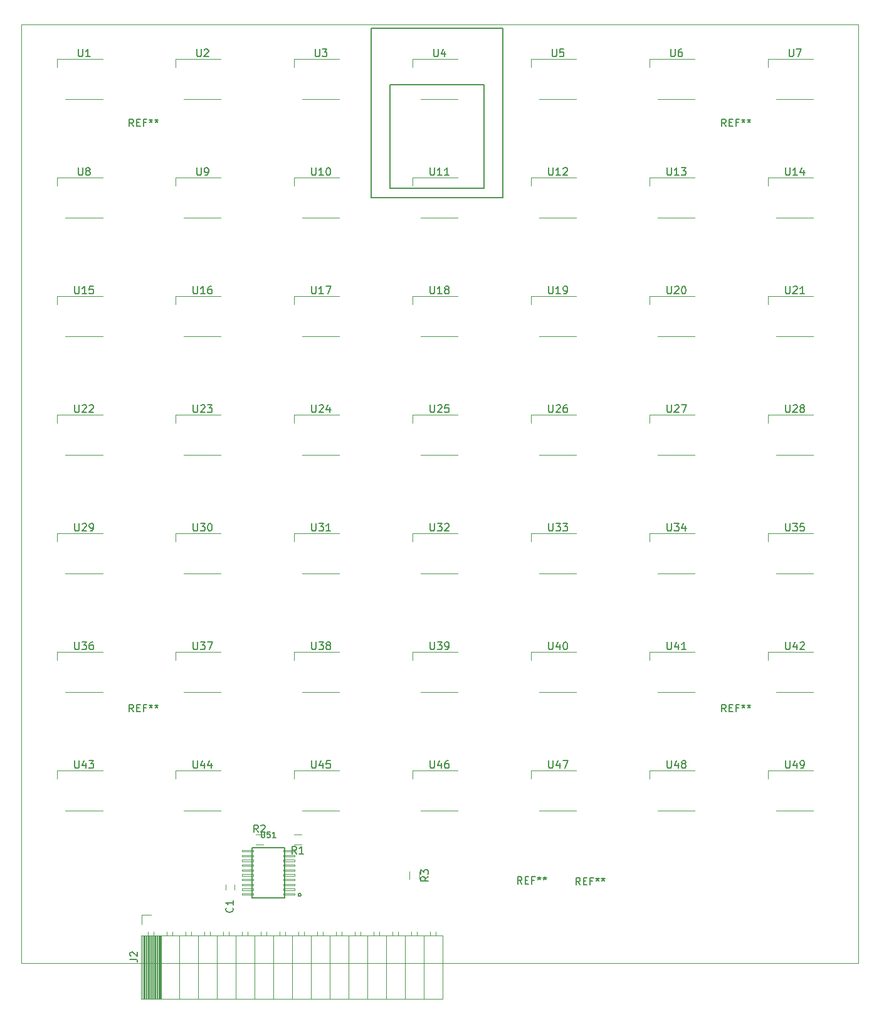
<source format=gbr>
G04 #@! TF.GenerationSoftware,KiCad,Pcbnew,(5.1.5)-3*
G04 #@! TF.CreationDate,2020-03-22T16:58:52-07:00*
G04 #@! TF.ProjectId,ESP-BuildStatus-Light-Board,4553502d-4275-4696-9c64-537461747573,rev?*
G04 #@! TF.SameCoordinates,Original*
G04 #@! TF.FileFunction,Legend,Top*
G04 #@! TF.FilePolarity,Positive*
%FSLAX46Y46*%
G04 Gerber Fmt 4.6, Leading zero omitted, Abs format (unit mm)*
G04 Created by KiCad (PCBNEW (5.1.5)-3) date 2020-03-22 16:58:52*
%MOMM*%
%LPD*%
G04 APERTURE LIST*
%ADD10C,0.050000*%
%ADD11C,0.120000*%
%ADD12C,0.150000*%
%ADD13C,0.203200*%
%ADD14C,0.100000*%
%ADD15C,0.152400*%
G04 APERTURE END LIST*
D10*
X130429000Y-144907000D02*
X130429000Y-18288000D01*
X243459000Y-144907000D02*
X130429000Y-144907000D01*
X243459000Y-18288000D02*
X243459000Y-144907000D01*
X130429000Y-18288000D02*
X243459000Y-18288000D01*
D11*
X182835000Y-133596000D02*
X182835000Y-132596000D01*
X184195000Y-132596000D02*
X184195000Y-133596000D01*
X173420000Y-92350000D02*
X168420000Y-92350000D01*
X167320000Y-88050000D02*
X167320000Y-86950000D01*
X167320000Y-86950000D02*
X173420000Y-86950000D01*
X173420000Y-124350000D02*
X168420000Y-124350000D01*
X167320000Y-120050000D02*
X167320000Y-118950000D01*
X167320000Y-118950000D02*
X173420000Y-118950000D01*
D12*
X177700000Y-18761000D02*
X177700000Y-41621000D01*
X195480000Y-18761000D02*
X177700000Y-18761000D01*
X195480000Y-41621000D02*
X195480000Y-18761000D01*
X177700000Y-41621000D02*
X195480000Y-41621000D01*
X192940000Y-40351000D02*
X180240000Y-40351000D01*
X192940000Y-26381000D02*
X192940000Y-40351000D01*
X180240000Y-26381000D02*
X192940000Y-26381000D01*
X180240000Y-40351000D02*
X180240000Y-26381000D01*
D11*
X237420000Y-44350000D02*
X232420000Y-44350000D01*
X231320000Y-40050000D02*
X231320000Y-38950000D01*
X231320000Y-38950000D02*
X237420000Y-38950000D01*
X189420000Y-60350000D02*
X184420000Y-60350000D01*
X183320000Y-56050000D02*
X183320000Y-54950000D01*
X183320000Y-54950000D02*
X189420000Y-54950000D01*
X173420000Y-76350000D02*
X168420000Y-76350000D01*
X167320000Y-72050000D02*
X167320000Y-70950000D01*
X167320000Y-70950000D02*
X173420000Y-70950000D01*
X157420000Y-76350000D02*
X152420000Y-76350000D01*
X151320000Y-72050000D02*
X151320000Y-70950000D01*
X151320000Y-70950000D02*
X157420000Y-70950000D01*
X189420000Y-92350000D02*
X184420000Y-92350000D01*
X183320000Y-88050000D02*
X183320000Y-86950000D01*
X183320000Y-86950000D02*
X189420000Y-86950000D01*
X205420000Y-60350000D02*
X200420000Y-60350000D01*
X199320000Y-56050000D02*
X199320000Y-54950000D01*
X199320000Y-54950000D02*
X205420000Y-54950000D01*
X237420000Y-60350000D02*
X232420000Y-60350000D01*
X231320000Y-56050000D02*
X231320000Y-54950000D01*
X231320000Y-54950000D02*
X237420000Y-54950000D01*
X205420000Y-76350000D02*
X200420000Y-76350000D01*
X199320000Y-72050000D02*
X199320000Y-70950000D01*
X199320000Y-70950000D02*
X205420000Y-70950000D01*
X173420000Y-60350000D02*
X168420000Y-60350000D01*
X167320000Y-56050000D02*
X167320000Y-54950000D01*
X167320000Y-54950000D02*
X173420000Y-54950000D01*
X221420000Y-60350000D02*
X216420000Y-60350000D01*
X215320000Y-56050000D02*
X215320000Y-54950000D01*
X215320000Y-54950000D02*
X221420000Y-54950000D01*
X157420000Y-92350000D02*
X152420000Y-92350000D01*
X151320000Y-88050000D02*
X151320000Y-86950000D01*
X151320000Y-86950000D02*
X157420000Y-86950000D01*
X221420000Y-76350000D02*
X216420000Y-76350000D01*
X215320000Y-72050000D02*
X215320000Y-70950000D01*
X215320000Y-70950000D02*
X221420000Y-70950000D01*
X221420000Y-44350000D02*
X216420000Y-44350000D01*
X215320000Y-40050000D02*
X215320000Y-38950000D01*
X215320000Y-38950000D02*
X221420000Y-38950000D01*
X157420000Y-60350000D02*
X152420000Y-60350000D01*
X151320000Y-56050000D02*
X151320000Y-54950000D01*
X151320000Y-54950000D02*
X157420000Y-54950000D01*
X189420000Y-76350000D02*
X184420000Y-76350000D01*
X183320000Y-72050000D02*
X183320000Y-70950000D01*
X183320000Y-70950000D02*
X189420000Y-70950000D01*
X237420000Y-76350000D02*
X232420000Y-76350000D01*
X231320000Y-72050000D02*
X231320000Y-70950000D01*
X231320000Y-70950000D02*
X237420000Y-70950000D01*
X237420000Y-92350000D02*
X232420000Y-92350000D01*
X231320000Y-88050000D02*
X231320000Y-86950000D01*
X231320000Y-86950000D02*
X237420000Y-86950000D01*
X221420000Y-92350000D02*
X216420000Y-92350000D01*
X215320000Y-88050000D02*
X215320000Y-86950000D01*
X215320000Y-86950000D02*
X221420000Y-86950000D01*
X205420000Y-92350000D02*
X200420000Y-92350000D01*
X199320000Y-88050000D02*
X199320000Y-86950000D01*
X199320000Y-86950000D02*
X205420000Y-86950000D01*
X173420000Y-108350000D02*
X168420000Y-108350000D01*
X167320000Y-104050000D02*
X167320000Y-102950000D01*
X167320000Y-102950000D02*
X173420000Y-102950000D01*
X221420000Y-108350000D02*
X216420000Y-108350000D01*
X215320000Y-104050000D02*
X215320000Y-102950000D01*
X215320000Y-102950000D02*
X221420000Y-102950000D01*
X237420000Y-108350000D02*
X232420000Y-108350000D01*
X231320000Y-104050000D02*
X231320000Y-102950000D01*
X231320000Y-102950000D02*
X237420000Y-102950000D01*
X189420000Y-108350000D02*
X184420000Y-108350000D01*
X183320000Y-104050000D02*
X183320000Y-102950000D01*
X183320000Y-102950000D02*
X189420000Y-102950000D01*
X157420000Y-124350000D02*
X152420000Y-124350000D01*
X151320000Y-120050000D02*
X151320000Y-118950000D01*
X151320000Y-118950000D02*
X157420000Y-118950000D01*
X157420000Y-108350000D02*
X152420000Y-108350000D01*
X151320000Y-104050000D02*
X151320000Y-102950000D01*
X151320000Y-102950000D02*
X157420000Y-102950000D01*
X205420000Y-108350000D02*
X200420000Y-108350000D01*
X199320000Y-104050000D02*
X199320000Y-102950000D01*
X199320000Y-102950000D02*
X205420000Y-102950000D01*
X189420000Y-124350000D02*
X184420000Y-124350000D01*
X183320000Y-120050000D02*
X183320000Y-118950000D01*
X183320000Y-118950000D02*
X189420000Y-118950000D01*
X205420000Y-124350000D02*
X200420000Y-124350000D01*
X199320000Y-120050000D02*
X199320000Y-118950000D01*
X199320000Y-118950000D02*
X205420000Y-118950000D01*
X221420000Y-124350000D02*
X216420000Y-124350000D01*
X215320000Y-120050000D02*
X215320000Y-118950000D01*
X215320000Y-118950000D02*
X221420000Y-118950000D01*
X237420000Y-124350000D02*
X232420000Y-124350000D01*
X231320000Y-120050000D02*
X231320000Y-118950000D01*
X231320000Y-118950000D02*
X237420000Y-118950000D01*
X237420000Y-28350000D02*
X232420000Y-28350000D01*
X231320000Y-24050000D02*
X231320000Y-22950000D01*
X231320000Y-22950000D02*
X237420000Y-22950000D01*
X173420000Y-28350000D02*
X168420000Y-28350000D01*
X167320000Y-24050000D02*
X167320000Y-22950000D01*
X167320000Y-22950000D02*
X173420000Y-22950000D01*
X157420000Y-44350000D02*
X152420000Y-44350000D01*
X151320000Y-40050000D02*
X151320000Y-38950000D01*
X151320000Y-38950000D02*
X157420000Y-38950000D01*
X173420000Y-44350000D02*
X168420000Y-44350000D01*
X167320000Y-40050000D02*
X167320000Y-38950000D01*
X167320000Y-38950000D02*
X173420000Y-38950000D01*
X205420000Y-28350000D02*
X200420000Y-28350000D01*
X199320000Y-24050000D02*
X199320000Y-22950000D01*
X199320000Y-22950000D02*
X205420000Y-22950000D01*
X221420000Y-28350000D02*
X216420000Y-28350000D01*
X215320000Y-24050000D02*
X215320000Y-22950000D01*
X215320000Y-22950000D02*
X221420000Y-22950000D01*
X189420000Y-44350000D02*
X184420000Y-44350000D01*
X183320000Y-40050000D02*
X183320000Y-38950000D01*
X183320000Y-38950000D02*
X189420000Y-38950000D01*
X205420000Y-44350000D02*
X200420000Y-44350000D01*
X199320000Y-40050000D02*
X199320000Y-38950000D01*
X199320000Y-38950000D02*
X205420000Y-38950000D01*
X189420000Y-28350000D02*
X184420000Y-28350000D01*
X183320000Y-24050000D02*
X183320000Y-22950000D01*
X183320000Y-22950000D02*
X189420000Y-22950000D01*
X157420000Y-28350000D02*
X152420000Y-28350000D01*
X151320000Y-24050000D02*
X151320000Y-22950000D01*
X151320000Y-22950000D02*
X157420000Y-22950000D01*
X141420000Y-108350000D02*
X136420000Y-108350000D01*
X135320000Y-104050000D02*
X135320000Y-102950000D01*
X135320000Y-102950000D02*
X141420000Y-102950000D01*
X141420000Y-76350000D02*
X136420000Y-76350000D01*
X135320000Y-72050000D02*
X135320000Y-70950000D01*
X135320000Y-70950000D02*
X141420000Y-70950000D01*
X141420000Y-60350000D02*
X136420000Y-60350000D01*
X135320000Y-56050000D02*
X135320000Y-54950000D01*
X135320000Y-54950000D02*
X141420000Y-54950000D01*
X141420000Y-92350000D02*
X136420000Y-92350000D01*
X135320000Y-88050000D02*
X135320000Y-86950000D01*
X135320000Y-86950000D02*
X141420000Y-86950000D01*
X141420000Y-124350000D02*
X136420000Y-124350000D01*
X135320000Y-120050000D02*
X135320000Y-118950000D01*
X135320000Y-118950000D02*
X141420000Y-118950000D01*
X141420000Y-44350000D02*
X136420000Y-44350000D01*
X135320000Y-40050000D02*
X135320000Y-38950000D01*
X135320000Y-38950000D02*
X141420000Y-38950000D01*
X141420000Y-28350000D02*
X136420000Y-28350000D01*
X135320000Y-24050000D02*
X135320000Y-22950000D01*
X135320000Y-22950000D02*
X141420000Y-22950000D01*
X159223000Y-134336000D02*
X159223000Y-135036000D01*
X158023000Y-135036000D02*
X158023000Y-134336000D01*
X146685000Y-138430000D02*
X147955000Y-138430000D01*
X146685000Y-139700000D02*
X146685000Y-138430000D01*
X186435000Y-140730000D02*
X186435000Y-141160000D01*
X185675000Y-140730000D02*
X185675000Y-141160000D01*
X184785000Y-149790000D02*
X184785000Y-141160000D01*
X187385000Y-149790000D02*
X184785000Y-149790000D01*
X187385000Y-141160000D02*
X187385000Y-149790000D01*
X184785000Y-141160000D02*
X187385000Y-141160000D01*
X183895000Y-140730000D02*
X183895000Y-141160000D01*
X183135000Y-140730000D02*
X183135000Y-141160000D01*
X182245000Y-149790000D02*
X182245000Y-141160000D01*
X184785000Y-149790000D02*
X182245000Y-149790000D01*
X184785000Y-141160000D02*
X184785000Y-149790000D01*
X182245000Y-141160000D02*
X184785000Y-141160000D01*
X181355000Y-140730000D02*
X181355000Y-141160000D01*
X180595000Y-140730000D02*
X180595000Y-141160000D01*
X179705000Y-149790000D02*
X179705000Y-141160000D01*
X182245000Y-149790000D02*
X179705000Y-149790000D01*
X182245000Y-141160000D02*
X182245000Y-149790000D01*
X179705000Y-141160000D02*
X182245000Y-141160000D01*
X178815000Y-140730000D02*
X178815000Y-141160000D01*
X178055000Y-140730000D02*
X178055000Y-141160000D01*
X177165000Y-149790000D02*
X177165000Y-141160000D01*
X179705000Y-149790000D02*
X177165000Y-149790000D01*
X179705000Y-141160000D02*
X179705000Y-149790000D01*
X177165000Y-141160000D02*
X179705000Y-141160000D01*
X176275000Y-140730000D02*
X176275000Y-141160000D01*
X175515000Y-140730000D02*
X175515000Y-141160000D01*
X174625000Y-149790000D02*
X174625000Y-141160000D01*
X177165000Y-149790000D02*
X174625000Y-149790000D01*
X177165000Y-141160000D02*
X177165000Y-149790000D01*
X174625000Y-141160000D02*
X177165000Y-141160000D01*
X173735000Y-140730000D02*
X173735000Y-141160000D01*
X172975000Y-140730000D02*
X172975000Y-141160000D01*
X172085000Y-149790000D02*
X172085000Y-141160000D01*
X174625000Y-149790000D02*
X172085000Y-149790000D01*
X174625000Y-141160000D02*
X174625000Y-149790000D01*
X172085000Y-141160000D02*
X174625000Y-141160000D01*
X171195000Y-140730000D02*
X171195000Y-141160000D01*
X170435000Y-140730000D02*
X170435000Y-141160000D01*
X169545000Y-149790000D02*
X169545000Y-141160000D01*
X172085000Y-149790000D02*
X169545000Y-149790000D01*
X172085000Y-141160000D02*
X172085000Y-149790000D01*
X169545000Y-141160000D02*
X172085000Y-141160000D01*
X168655000Y-140730000D02*
X168655000Y-141160000D01*
X167895000Y-140730000D02*
X167895000Y-141160000D01*
X167005000Y-149790000D02*
X167005000Y-141160000D01*
X169545000Y-149790000D02*
X167005000Y-149790000D01*
X169545000Y-141160000D02*
X169545000Y-149790000D01*
X167005000Y-141160000D02*
X169545000Y-141160000D01*
X166115000Y-140730000D02*
X166115000Y-141160000D01*
X165355000Y-140730000D02*
X165355000Y-141160000D01*
X164465000Y-149790000D02*
X164465000Y-141160000D01*
X167005000Y-149790000D02*
X164465000Y-149790000D01*
X167005000Y-141160000D02*
X167005000Y-149790000D01*
X164465000Y-141160000D02*
X167005000Y-141160000D01*
X163575000Y-140730000D02*
X163575000Y-141160000D01*
X162815000Y-140730000D02*
X162815000Y-141160000D01*
X161925000Y-149790000D02*
X161925000Y-141160000D01*
X164465000Y-149790000D02*
X161925000Y-149790000D01*
X164465000Y-141160000D02*
X164465000Y-149790000D01*
X161925000Y-141160000D02*
X164465000Y-141160000D01*
X161035000Y-140730000D02*
X161035000Y-141160000D01*
X160275000Y-140730000D02*
X160275000Y-141160000D01*
X159385000Y-149790000D02*
X159385000Y-141160000D01*
X161925000Y-149790000D02*
X159385000Y-149790000D01*
X161925000Y-141160000D02*
X161925000Y-149790000D01*
X159385000Y-141160000D02*
X161925000Y-141160000D01*
X158495000Y-140730000D02*
X158495000Y-141160000D01*
X157735000Y-140730000D02*
X157735000Y-141160000D01*
X156845000Y-149790000D02*
X156845000Y-141160000D01*
X159385000Y-149790000D02*
X156845000Y-149790000D01*
X159385000Y-141160000D02*
X159385000Y-149790000D01*
X156845000Y-141160000D02*
X159385000Y-141160000D01*
X155955000Y-140730000D02*
X155955000Y-141160000D01*
X155195000Y-140730000D02*
X155195000Y-141160000D01*
X154305000Y-149790000D02*
X154305000Y-141160000D01*
X156845000Y-149790000D02*
X154305000Y-149790000D01*
X156845000Y-141160000D02*
X156845000Y-149790000D01*
X154305000Y-141160000D02*
X156845000Y-141160000D01*
X153415000Y-140730000D02*
X153415000Y-141160000D01*
X152655000Y-140730000D02*
X152655000Y-141160000D01*
X151765000Y-149790000D02*
X151765000Y-141160000D01*
X154305000Y-149790000D02*
X151765000Y-149790000D01*
X154305000Y-141160000D02*
X154305000Y-149790000D01*
X151765000Y-141160000D02*
X154305000Y-141160000D01*
X150875000Y-140730000D02*
X150875000Y-141160000D01*
X150115000Y-140730000D02*
X150115000Y-141160000D01*
X149225000Y-149790000D02*
X149225000Y-141160000D01*
X151765000Y-149790000D02*
X149225000Y-149790000D01*
X151765000Y-141160000D02*
X151765000Y-149790000D01*
X149225000Y-141160000D02*
X151765000Y-141160000D01*
X149325000Y-141160000D02*
X149325000Y-149790000D01*
X149205000Y-141160000D02*
X149205000Y-149790000D01*
X149085000Y-141160000D02*
X149085000Y-149790000D01*
X148965000Y-141160000D02*
X148965000Y-149790000D01*
X148845000Y-141160000D02*
X148845000Y-149790000D01*
X148725000Y-141160000D02*
X148725000Y-149790000D01*
X148605000Y-141160000D02*
X148605000Y-149790000D01*
X148485000Y-141160000D02*
X148485000Y-149790000D01*
X148365000Y-141160000D02*
X148365000Y-149790000D01*
X148245000Y-141160000D02*
X148245000Y-149790000D01*
X148125000Y-141160000D02*
X148125000Y-149790000D01*
X148005000Y-141160000D02*
X148005000Y-149790000D01*
X147885000Y-141160000D02*
X147885000Y-149790000D01*
X147765000Y-141160000D02*
X147765000Y-149790000D01*
X147645000Y-141160000D02*
X147645000Y-149790000D01*
X147525000Y-141160000D02*
X147525000Y-149790000D01*
X147405000Y-141160000D02*
X147405000Y-149790000D01*
X147285000Y-141160000D02*
X147285000Y-149790000D01*
X147165000Y-141160000D02*
X147165000Y-149790000D01*
X147045000Y-141160000D02*
X147045000Y-149790000D01*
X146925000Y-141160000D02*
X146925000Y-149790000D01*
X146805000Y-141160000D02*
X146805000Y-149790000D01*
X148335000Y-140730000D02*
X148335000Y-141160000D01*
X147575000Y-140730000D02*
X147575000Y-141160000D01*
X146625000Y-149790000D02*
X146625000Y-141160000D01*
X149225000Y-149790000D02*
X146625000Y-149790000D01*
X149225000Y-141160000D02*
X149225000Y-149790000D01*
X146625000Y-141160000D02*
X149225000Y-141160000D01*
X167267000Y-127590000D02*
X168267000Y-127590000D01*
X168267000Y-128950000D02*
X167267000Y-128950000D01*
X162103000Y-127590000D02*
X163103000Y-127590000D01*
X163103000Y-128950000D02*
X162103000Y-128950000D01*
D13*
X168230000Y-135715000D02*
G75*
G03X168230000Y-135715000I-200000J0D01*
G01*
X166030000Y-136115000D02*
X166030000Y-129315000D01*
X166030000Y-129315000D02*
X161630000Y-129315000D01*
X161630000Y-129315000D02*
X161630000Y-136115000D01*
X161630000Y-136115000D02*
X166030000Y-136115000D01*
D14*
X160280000Y-134890000D02*
X160280000Y-135090000D01*
X161780000Y-135090000D01*
X161780000Y-134890000D01*
X160280000Y-134890000D01*
X160280000Y-135540000D02*
X160280000Y-135740000D01*
X161780000Y-135740000D01*
X161780000Y-135540000D01*
X160280000Y-135540000D01*
X160280000Y-134240000D02*
X160280000Y-134440000D01*
X161780000Y-134440000D01*
X161780000Y-134240000D01*
X160280000Y-134240000D01*
X160280000Y-133590000D02*
X160280000Y-133790000D01*
X161780000Y-133790000D01*
X161780000Y-133590000D01*
X160280000Y-133590000D01*
X160280000Y-132940000D02*
X160280000Y-133140000D01*
X161780000Y-133140000D01*
X161780000Y-132940000D01*
X160280000Y-132940000D01*
X160280000Y-132290000D02*
X160280000Y-132490000D01*
X161780000Y-132490000D01*
X161780000Y-132290000D01*
X160280000Y-132290000D01*
X160280000Y-131640000D02*
X160280000Y-131840000D01*
X161780000Y-131840000D01*
X161780000Y-131640000D01*
X160280000Y-131640000D01*
X160280000Y-130990000D02*
X160280000Y-131190000D01*
X161780000Y-131190000D01*
X161780000Y-130990000D01*
X160280000Y-130990000D01*
X165880000Y-129690000D02*
X165880000Y-129890000D01*
X167380000Y-129890000D01*
X167380000Y-129690000D01*
X165880000Y-129690000D01*
X165880000Y-130340000D02*
X165880000Y-130540000D01*
X167380000Y-130540000D01*
X167380000Y-130340000D01*
X165880000Y-130340000D01*
X165880000Y-130990000D02*
X165880000Y-131190000D01*
X167380000Y-131190000D01*
X167380000Y-130990000D01*
X165880000Y-130990000D01*
X165880000Y-131640000D02*
X165880000Y-131840000D01*
X167380000Y-131840000D01*
X167380000Y-131640000D01*
X165880000Y-131640000D01*
X165880000Y-135540000D02*
X165880000Y-135740000D01*
X167380000Y-135740000D01*
X167380000Y-135540000D01*
X165880000Y-135540000D01*
X165880000Y-134890000D02*
X165880000Y-135090000D01*
X167380000Y-135090000D01*
X167380000Y-134890000D01*
X165880000Y-134890000D01*
X165880000Y-134240000D02*
X165880000Y-134440000D01*
X167380000Y-134440000D01*
X167380000Y-134240000D01*
X165880000Y-134240000D01*
X165880000Y-133590000D02*
X165880000Y-133790000D01*
X167380000Y-133790000D01*
X167380000Y-133590000D01*
X165880000Y-133590000D01*
X165880000Y-132940000D02*
X165880000Y-133140000D01*
X167380000Y-133140000D01*
X167380000Y-132940000D01*
X165880000Y-132940000D01*
X165880000Y-132290000D02*
X165880000Y-132490000D01*
X167380000Y-132490000D01*
X167380000Y-132290000D01*
X165880000Y-132290000D01*
X160280000Y-130340000D02*
X160280000Y-130540000D01*
X161780000Y-130540000D01*
X161780000Y-130340000D01*
X160280000Y-130340000D01*
X160280000Y-129690000D02*
X160280000Y-129890000D01*
X161780000Y-129890000D01*
X161780000Y-129690000D01*
X160280000Y-129690000D01*
D12*
X185417380Y-133262666D02*
X184941190Y-133596000D01*
X185417380Y-133834095D02*
X184417380Y-133834095D01*
X184417380Y-133453142D01*
X184465000Y-133357904D01*
X184512619Y-133310285D01*
X184607857Y-133262666D01*
X184750714Y-133262666D01*
X184845952Y-133310285D01*
X184893571Y-133357904D01*
X184941190Y-133453142D01*
X184941190Y-133834095D01*
X184417380Y-132929333D02*
X184417380Y-132310285D01*
X184798333Y-132643619D01*
X184798333Y-132500761D01*
X184845952Y-132405523D01*
X184893571Y-132357904D01*
X184988809Y-132310285D01*
X185226904Y-132310285D01*
X185322142Y-132357904D01*
X185369761Y-132405523D01*
X185417380Y-132500761D01*
X185417380Y-132786476D01*
X185369761Y-132881714D01*
X185322142Y-132929333D01*
X198056666Y-134255380D02*
X197723333Y-133779190D01*
X197485238Y-134255380D02*
X197485238Y-133255380D01*
X197866190Y-133255380D01*
X197961428Y-133303000D01*
X198009047Y-133350619D01*
X198056666Y-133445857D01*
X198056666Y-133588714D01*
X198009047Y-133683952D01*
X197961428Y-133731571D01*
X197866190Y-133779190D01*
X197485238Y-133779190D01*
X198485238Y-133731571D02*
X198818571Y-133731571D01*
X198961428Y-134255380D02*
X198485238Y-134255380D01*
X198485238Y-133255380D01*
X198961428Y-133255380D01*
X199723333Y-133731571D02*
X199390000Y-133731571D01*
X199390000Y-134255380D02*
X199390000Y-133255380D01*
X199866190Y-133255380D01*
X200390000Y-133255380D02*
X200390000Y-133493476D01*
X200151904Y-133398238D02*
X200390000Y-133493476D01*
X200628095Y-133398238D01*
X200247142Y-133683952D02*
X200390000Y-133493476D01*
X200532857Y-133683952D01*
X201151904Y-133255380D02*
X201151904Y-133493476D01*
X200913809Y-133398238D02*
X201151904Y-133493476D01*
X201390000Y-133398238D01*
X201009047Y-133683952D02*
X201151904Y-133493476D01*
X201294761Y-133683952D01*
X205930666Y-134382380D02*
X205597333Y-133906190D01*
X205359238Y-134382380D02*
X205359238Y-133382380D01*
X205740190Y-133382380D01*
X205835428Y-133430000D01*
X205883047Y-133477619D01*
X205930666Y-133572857D01*
X205930666Y-133715714D01*
X205883047Y-133810952D01*
X205835428Y-133858571D01*
X205740190Y-133906190D01*
X205359238Y-133906190D01*
X206359238Y-133858571D02*
X206692571Y-133858571D01*
X206835428Y-134382380D02*
X206359238Y-134382380D01*
X206359238Y-133382380D01*
X206835428Y-133382380D01*
X207597333Y-133858571D02*
X207264000Y-133858571D01*
X207264000Y-134382380D02*
X207264000Y-133382380D01*
X207740190Y-133382380D01*
X208264000Y-133382380D02*
X208264000Y-133620476D01*
X208025904Y-133525238D02*
X208264000Y-133620476D01*
X208502095Y-133525238D01*
X208121142Y-133810952D02*
X208264000Y-133620476D01*
X208406857Y-133810952D01*
X209025904Y-133382380D02*
X209025904Y-133620476D01*
X208787809Y-133525238D02*
X209025904Y-133620476D01*
X209264000Y-133525238D01*
X208883047Y-133810952D02*
X209025904Y-133620476D01*
X209168761Y-133810952D01*
X169681904Y-85602380D02*
X169681904Y-86411904D01*
X169729523Y-86507142D01*
X169777142Y-86554761D01*
X169872380Y-86602380D01*
X170062857Y-86602380D01*
X170158095Y-86554761D01*
X170205714Y-86507142D01*
X170253333Y-86411904D01*
X170253333Y-85602380D01*
X170634285Y-85602380D02*
X171253333Y-85602380D01*
X170920000Y-85983333D01*
X171062857Y-85983333D01*
X171158095Y-86030952D01*
X171205714Y-86078571D01*
X171253333Y-86173809D01*
X171253333Y-86411904D01*
X171205714Y-86507142D01*
X171158095Y-86554761D01*
X171062857Y-86602380D01*
X170777142Y-86602380D01*
X170681904Y-86554761D01*
X170634285Y-86507142D01*
X172205714Y-86602380D02*
X171634285Y-86602380D01*
X171920000Y-86602380D02*
X171920000Y-85602380D01*
X171824761Y-85745238D01*
X171729523Y-85840476D01*
X171634285Y-85888095D01*
X169681904Y-117602380D02*
X169681904Y-118411904D01*
X169729523Y-118507142D01*
X169777142Y-118554761D01*
X169872380Y-118602380D01*
X170062857Y-118602380D01*
X170158095Y-118554761D01*
X170205714Y-118507142D01*
X170253333Y-118411904D01*
X170253333Y-117602380D01*
X171158095Y-117935714D02*
X171158095Y-118602380D01*
X170920000Y-117554761D02*
X170681904Y-118269047D01*
X171300952Y-118269047D01*
X172158095Y-117602380D02*
X171681904Y-117602380D01*
X171634285Y-118078571D01*
X171681904Y-118030952D01*
X171777142Y-117983333D01*
X172015238Y-117983333D01*
X172110476Y-118030952D01*
X172158095Y-118078571D01*
X172205714Y-118173809D01*
X172205714Y-118411904D01*
X172158095Y-118507142D01*
X172110476Y-118554761D01*
X172015238Y-118602380D01*
X171777142Y-118602380D01*
X171681904Y-118554761D01*
X171634285Y-118507142D01*
X145605666Y-111014380D02*
X145272333Y-110538190D01*
X145034238Y-111014380D02*
X145034238Y-110014380D01*
X145415190Y-110014380D01*
X145510428Y-110062000D01*
X145558047Y-110109619D01*
X145605666Y-110204857D01*
X145605666Y-110347714D01*
X145558047Y-110442952D01*
X145510428Y-110490571D01*
X145415190Y-110538190D01*
X145034238Y-110538190D01*
X146034238Y-110490571D02*
X146367571Y-110490571D01*
X146510428Y-111014380D02*
X146034238Y-111014380D01*
X146034238Y-110014380D01*
X146510428Y-110014380D01*
X147272333Y-110490571D02*
X146939000Y-110490571D01*
X146939000Y-111014380D02*
X146939000Y-110014380D01*
X147415190Y-110014380D01*
X147939000Y-110014380D02*
X147939000Y-110252476D01*
X147700904Y-110157238D02*
X147939000Y-110252476D01*
X148177095Y-110157238D01*
X147796142Y-110442952D02*
X147939000Y-110252476D01*
X148081857Y-110442952D01*
X148700904Y-110014380D02*
X148700904Y-110252476D01*
X148462809Y-110157238D02*
X148700904Y-110252476D01*
X148939000Y-110157238D01*
X148558047Y-110442952D02*
X148700904Y-110252476D01*
X148843761Y-110442952D01*
X225615666Y-111014380D02*
X225282333Y-110538190D01*
X225044238Y-111014380D02*
X225044238Y-110014380D01*
X225425190Y-110014380D01*
X225520428Y-110062000D01*
X225568047Y-110109619D01*
X225615666Y-110204857D01*
X225615666Y-110347714D01*
X225568047Y-110442952D01*
X225520428Y-110490571D01*
X225425190Y-110538190D01*
X225044238Y-110538190D01*
X226044238Y-110490571D02*
X226377571Y-110490571D01*
X226520428Y-111014380D02*
X226044238Y-111014380D01*
X226044238Y-110014380D01*
X226520428Y-110014380D01*
X227282333Y-110490571D02*
X226949000Y-110490571D01*
X226949000Y-111014380D02*
X226949000Y-110014380D01*
X227425190Y-110014380D01*
X227949000Y-110014380D02*
X227949000Y-110252476D01*
X227710904Y-110157238D02*
X227949000Y-110252476D01*
X228187095Y-110157238D01*
X227806142Y-110442952D02*
X227949000Y-110252476D01*
X228091857Y-110442952D01*
X228710904Y-110014380D02*
X228710904Y-110252476D01*
X228472809Y-110157238D02*
X228710904Y-110252476D01*
X228949000Y-110157238D01*
X228568047Y-110442952D02*
X228710904Y-110252476D01*
X228853761Y-110442952D01*
X225615666Y-32020380D02*
X225282333Y-31544190D01*
X225044238Y-32020380D02*
X225044238Y-31020380D01*
X225425190Y-31020380D01*
X225520428Y-31068000D01*
X225568047Y-31115619D01*
X225615666Y-31210857D01*
X225615666Y-31353714D01*
X225568047Y-31448952D01*
X225520428Y-31496571D01*
X225425190Y-31544190D01*
X225044238Y-31544190D01*
X226044238Y-31496571D02*
X226377571Y-31496571D01*
X226520428Y-32020380D02*
X226044238Y-32020380D01*
X226044238Y-31020380D01*
X226520428Y-31020380D01*
X227282333Y-31496571D02*
X226949000Y-31496571D01*
X226949000Y-32020380D02*
X226949000Y-31020380D01*
X227425190Y-31020380D01*
X227949000Y-31020380D02*
X227949000Y-31258476D01*
X227710904Y-31163238D02*
X227949000Y-31258476D01*
X228187095Y-31163238D01*
X227806142Y-31448952D02*
X227949000Y-31258476D01*
X228091857Y-31448952D01*
X228710904Y-31020380D02*
X228710904Y-31258476D01*
X228472809Y-31163238D02*
X228710904Y-31258476D01*
X228949000Y-31163238D01*
X228568047Y-31448952D02*
X228710904Y-31258476D01*
X228853761Y-31448952D01*
X145605666Y-32020380D02*
X145272333Y-31544190D01*
X145034238Y-32020380D02*
X145034238Y-31020380D01*
X145415190Y-31020380D01*
X145510428Y-31068000D01*
X145558047Y-31115619D01*
X145605666Y-31210857D01*
X145605666Y-31353714D01*
X145558047Y-31448952D01*
X145510428Y-31496571D01*
X145415190Y-31544190D01*
X145034238Y-31544190D01*
X146034238Y-31496571D02*
X146367571Y-31496571D01*
X146510428Y-32020380D02*
X146034238Y-32020380D01*
X146034238Y-31020380D01*
X146510428Y-31020380D01*
X147272333Y-31496571D02*
X146939000Y-31496571D01*
X146939000Y-32020380D02*
X146939000Y-31020380D01*
X147415190Y-31020380D01*
X147939000Y-31020380D02*
X147939000Y-31258476D01*
X147700904Y-31163238D02*
X147939000Y-31258476D01*
X148177095Y-31163238D01*
X147796142Y-31448952D02*
X147939000Y-31258476D01*
X148081857Y-31448952D01*
X148700904Y-31020380D02*
X148700904Y-31258476D01*
X148462809Y-31163238D02*
X148700904Y-31258476D01*
X148939000Y-31163238D01*
X148558047Y-31448952D02*
X148700904Y-31258476D01*
X148843761Y-31448952D01*
X233681904Y-37602380D02*
X233681904Y-38411904D01*
X233729523Y-38507142D01*
X233777142Y-38554761D01*
X233872380Y-38602380D01*
X234062857Y-38602380D01*
X234158095Y-38554761D01*
X234205714Y-38507142D01*
X234253333Y-38411904D01*
X234253333Y-37602380D01*
X235253333Y-38602380D02*
X234681904Y-38602380D01*
X234967619Y-38602380D02*
X234967619Y-37602380D01*
X234872380Y-37745238D01*
X234777142Y-37840476D01*
X234681904Y-37888095D01*
X236110476Y-37935714D02*
X236110476Y-38602380D01*
X235872380Y-37554761D02*
X235634285Y-38269047D01*
X236253333Y-38269047D01*
X185681904Y-53602380D02*
X185681904Y-54411904D01*
X185729523Y-54507142D01*
X185777142Y-54554761D01*
X185872380Y-54602380D01*
X186062857Y-54602380D01*
X186158095Y-54554761D01*
X186205714Y-54507142D01*
X186253333Y-54411904D01*
X186253333Y-53602380D01*
X187253333Y-54602380D02*
X186681904Y-54602380D01*
X186967619Y-54602380D02*
X186967619Y-53602380D01*
X186872380Y-53745238D01*
X186777142Y-53840476D01*
X186681904Y-53888095D01*
X187824761Y-54030952D02*
X187729523Y-53983333D01*
X187681904Y-53935714D01*
X187634285Y-53840476D01*
X187634285Y-53792857D01*
X187681904Y-53697619D01*
X187729523Y-53650000D01*
X187824761Y-53602380D01*
X188015238Y-53602380D01*
X188110476Y-53650000D01*
X188158095Y-53697619D01*
X188205714Y-53792857D01*
X188205714Y-53840476D01*
X188158095Y-53935714D01*
X188110476Y-53983333D01*
X188015238Y-54030952D01*
X187824761Y-54030952D01*
X187729523Y-54078571D01*
X187681904Y-54126190D01*
X187634285Y-54221428D01*
X187634285Y-54411904D01*
X187681904Y-54507142D01*
X187729523Y-54554761D01*
X187824761Y-54602380D01*
X188015238Y-54602380D01*
X188110476Y-54554761D01*
X188158095Y-54507142D01*
X188205714Y-54411904D01*
X188205714Y-54221428D01*
X188158095Y-54126190D01*
X188110476Y-54078571D01*
X188015238Y-54030952D01*
X169681904Y-69602380D02*
X169681904Y-70411904D01*
X169729523Y-70507142D01*
X169777142Y-70554761D01*
X169872380Y-70602380D01*
X170062857Y-70602380D01*
X170158095Y-70554761D01*
X170205714Y-70507142D01*
X170253333Y-70411904D01*
X170253333Y-69602380D01*
X170681904Y-69697619D02*
X170729523Y-69650000D01*
X170824761Y-69602380D01*
X171062857Y-69602380D01*
X171158095Y-69650000D01*
X171205714Y-69697619D01*
X171253333Y-69792857D01*
X171253333Y-69888095D01*
X171205714Y-70030952D01*
X170634285Y-70602380D01*
X171253333Y-70602380D01*
X172110476Y-69935714D02*
X172110476Y-70602380D01*
X171872380Y-69554761D02*
X171634285Y-70269047D01*
X172253333Y-70269047D01*
X153681904Y-69602380D02*
X153681904Y-70411904D01*
X153729523Y-70507142D01*
X153777142Y-70554761D01*
X153872380Y-70602380D01*
X154062857Y-70602380D01*
X154158095Y-70554761D01*
X154205714Y-70507142D01*
X154253333Y-70411904D01*
X154253333Y-69602380D01*
X154681904Y-69697619D02*
X154729523Y-69650000D01*
X154824761Y-69602380D01*
X155062857Y-69602380D01*
X155158095Y-69650000D01*
X155205714Y-69697619D01*
X155253333Y-69792857D01*
X155253333Y-69888095D01*
X155205714Y-70030952D01*
X154634285Y-70602380D01*
X155253333Y-70602380D01*
X155586666Y-69602380D02*
X156205714Y-69602380D01*
X155872380Y-69983333D01*
X156015238Y-69983333D01*
X156110476Y-70030952D01*
X156158095Y-70078571D01*
X156205714Y-70173809D01*
X156205714Y-70411904D01*
X156158095Y-70507142D01*
X156110476Y-70554761D01*
X156015238Y-70602380D01*
X155729523Y-70602380D01*
X155634285Y-70554761D01*
X155586666Y-70507142D01*
X185681904Y-85602380D02*
X185681904Y-86411904D01*
X185729523Y-86507142D01*
X185777142Y-86554761D01*
X185872380Y-86602380D01*
X186062857Y-86602380D01*
X186158095Y-86554761D01*
X186205714Y-86507142D01*
X186253333Y-86411904D01*
X186253333Y-85602380D01*
X186634285Y-85602380D02*
X187253333Y-85602380D01*
X186920000Y-85983333D01*
X187062857Y-85983333D01*
X187158095Y-86030952D01*
X187205714Y-86078571D01*
X187253333Y-86173809D01*
X187253333Y-86411904D01*
X187205714Y-86507142D01*
X187158095Y-86554761D01*
X187062857Y-86602380D01*
X186777142Y-86602380D01*
X186681904Y-86554761D01*
X186634285Y-86507142D01*
X187634285Y-85697619D02*
X187681904Y-85650000D01*
X187777142Y-85602380D01*
X188015238Y-85602380D01*
X188110476Y-85650000D01*
X188158095Y-85697619D01*
X188205714Y-85792857D01*
X188205714Y-85888095D01*
X188158095Y-86030952D01*
X187586666Y-86602380D01*
X188205714Y-86602380D01*
X201681904Y-53602380D02*
X201681904Y-54411904D01*
X201729523Y-54507142D01*
X201777142Y-54554761D01*
X201872380Y-54602380D01*
X202062857Y-54602380D01*
X202158095Y-54554761D01*
X202205714Y-54507142D01*
X202253333Y-54411904D01*
X202253333Y-53602380D01*
X203253333Y-54602380D02*
X202681904Y-54602380D01*
X202967619Y-54602380D02*
X202967619Y-53602380D01*
X202872380Y-53745238D01*
X202777142Y-53840476D01*
X202681904Y-53888095D01*
X203729523Y-54602380D02*
X203920000Y-54602380D01*
X204015238Y-54554761D01*
X204062857Y-54507142D01*
X204158095Y-54364285D01*
X204205714Y-54173809D01*
X204205714Y-53792857D01*
X204158095Y-53697619D01*
X204110476Y-53650000D01*
X204015238Y-53602380D01*
X203824761Y-53602380D01*
X203729523Y-53650000D01*
X203681904Y-53697619D01*
X203634285Y-53792857D01*
X203634285Y-54030952D01*
X203681904Y-54126190D01*
X203729523Y-54173809D01*
X203824761Y-54221428D01*
X204015238Y-54221428D01*
X204110476Y-54173809D01*
X204158095Y-54126190D01*
X204205714Y-54030952D01*
X233681904Y-53602380D02*
X233681904Y-54411904D01*
X233729523Y-54507142D01*
X233777142Y-54554761D01*
X233872380Y-54602380D01*
X234062857Y-54602380D01*
X234158095Y-54554761D01*
X234205714Y-54507142D01*
X234253333Y-54411904D01*
X234253333Y-53602380D01*
X234681904Y-53697619D02*
X234729523Y-53650000D01*
X234824761Y-53602380D01*
X235062857Y-53602380D01*
X235158095Y-53650000D01*
X235205714Y-53697619D01*
X235253333Y-53792857D01*
X235253333Y-53888095D01*
X235205714Y-54030952D01*
X234634285Y-54602380D01*
X235253333Y-54602380D01*
X236205714Y-54602380D02*
X235634285Y-54602380D01*
X235920000Y-54602380D02*
X235920000Y-53602380D01*
X235824761Y-53745238D01*
X235729523Y-53840476D01*
X235634285Y-53888095D01*
X201681904Y-69602380D02*
X201681904Y-70411904D01*
X201729523Y-70507142D01*
X201777142Y-70554761D01*
X201872380Y-70602380D01*
X202062857Y-70602380D01*
X202158095Y-70554761D01*
X202205714Y-70507142D01*
X202253333Y-70411904D01*
X202253333Y-69602380D01*
X202681904Y-69697619D02*
X202729523Y-69650000D01*
X202824761Y-69602380D01*
X203062857Y-69602380D01*
X203158095Y-69650000D01*
X203205714Y-69697619D01*
X203253333Y-69792857D01*
X203253333Y-69888095D01*
X203205714Y-70030952D01*
X202634285Y-70602380D01*
X203253333Y-70602380D01*
X204110476Y-69602380D02*
X203920000Y-69602380D01*
X203824761Y-69650000D01*
X203777142Y-69697619D01*
X203681904Y-69840476D01*
X203634285Y-70030952D01*
X203634285Y-70411904D01*
X203681904Y-70507142D01*
X203729523Y-70554761D01*
X203824761Y-70602380D01*
X204015238Y-70602380D01*
X204110476Y-70554761D01*
X204158095Y-70507142D01*
X204205714Y-70411904D01*
X204205714Y-70173809D01*
X204158095Y-70078571D01*
X204110476Y-70030952D01*
X204015238Y-69983333D01*
X203824761Y-69983333D01*
X203729523Y-70030952D01*
X203681904Y-70078571D01*
X203634285Y-70173809D01*
X169681904Y-53602380D02*
X169681904Y-54411904D01*
X169729523Y-54507142D01*
X169777142Y-54554761D01*
X169872380Y-54602380D01*
X170062857Y-54602380D01*
X170158095Y-54554761D01*
X170205714Y-54507142D01*
X170253333Y-54411904D01*
X170253333Y-53602380D01*
X171253333Y-54602380D02*
X170681904Y-54602380D01*
X170967619Y-54602380D02*
X170967619Y-53602380D01*
X170872380Y-53745238D01*
X170777142Y-53840476D01*
X170681904Y-53888095D01*
X171586666Y-53602380D02*
X172253333Y-53602380D01*
X171824761Y-54602380D01*
X217681904Y-53602380D02*
X217681904Y-54411904D01*
X217729523Y-54507142D01*
X217777142Y-54554761D01*
X217872380Y-54602380D01*
X218062857Y-54602380D01*
X218158095Y-54554761D01*
X218205714Y-54507142D01*
X218253333Y-54411904D01*
X218253333Y-53602380D01*
X218681904Y-53697619D02*
X218729523Y-53650000D01*
X218824761Y-53602380D01*
X219062857Y-53602380D01*
X219158095Y-53650000D01*
X219205714Y-53697619D01*
X219253333Y-53792857D01*
X219253333Y-53888095D01*
X219205714Y-54030952D01*
X218634285Y-54602380D01*
X219253333Y-54602380D01*
X219872380Y-53602380D02*
X219967619Y-53602380D01*
X220062857Y-53650000D01*
X220110476Y-53697619D01*
X220158095Y-53792857D01*
X220205714Y-53983333D01*
X220205714Y-54221428D01*
X220158095Y-54411904D01*
X220110476Y-54507142D01*
X220062857Y-54554761D01*
X219967619Y-54602380D01*
X219872380Y-54602380D01*
X219777142Y-54554761D01*
X219729523Y-54507142D01*
X219681904Y-54411904D01*
X219634285Y-54221428D01*
X219634285Y-53983333D01*
X219681904Y-53792857D01*
X219729523Y-53697619D01*
X219777142Y-53650000D01*
X219872380Y-53602380D01*
X153681904Y-85602380D02*
X153681904Y-86411904D01*
X153729523Y-86507142D01*
X153777142Y-86554761D01*
X153872380Y-86602380D01*
X154062857Y-86602380D01*
X154158095Y-86554761D01*
X154205714Y-86507142D01*
X154253333Y-86411904D01*
X154253333Y-85602380D01*
X154634285Y-85602380D02*
X155253333Y-85602380D01*
X154920000Y-85983333D01*
X155062857Y-85983333D01*
X155158095Y-86030952D01*
X155205714Y-86078571D01*
X155253333Y-86173809D01*
X155253333Y-86411904D01*
X155205714Y-86507142D01*
X155158095Y-86554761D01*
X155062857Y-86602380D01*
X154777142Y-86602380D01*
X154681904Y-86554761D01*
X154634285Y-86507142D01*
X155872380Y-85602380D02*
X155967619Y-85602380D01*
X156062857Y-85650000D01*
X156110476Y-85697619D01*
X156158095Y-85792857D01*
X156205714Y-85983333D01*
X156205714Y-86221428D01*
X156158095Y-86411904D01*
X156110476Y-86507142D01*
X156062857Y-86554761D01*
X155967619Y-86602380D01*
X155872380Y-86602380D01*
X155777142Y-86554761D01*
X155729523Y-86507142D01*
X155681904Y-86411904D01*
X155634285Y-86221428D01*
X155634285Y-85983333D01*
X155681904Y-85792857D01*
X155729523Y-85697619D01*
X155777142Y-85650000D01*
X155872380Y-85602380D01*
X217681904Y-69602380D02*
X217681904Y-70411904D01*
X217729523Y-70507142D01*
X217777142Y-70554761D01*
X217872380Y-70602380D01*
X218062857Y-70602380D01*
X218158095Y-70554761D01*
X218205714Y-70507142D01*
X218253333Y-70411904D01*
X218253333Y-69602380D01*
X218681904Y-69697619D02*
X218729523Y-69650000D01*
X218824761Y-69602380D01*
X219062857Y-69602380D01*
X219158095Y-69650000D01*
X219205714Y-69697619D01*
X219253333Y-69792857D01*
X219253333Y-69888095D01*
X219205714Y-70030952D01*
X218634285Y-70602380D01*
X219253333Y-70602380D01*
X219586666Y-69602380D02*
X220253333Y-69602380D01*
X219824761Y-70602380D01*
X217681904Y-37602380D02*
X217681904Y-38411904D01*
X217729523Y-38507142D01*
X217777142Y-38554761D01*
X217872380Y-38602380D01*
X218062857Y-38602380D01*
X218158095Y-38554761D01*
X218205714Y-38507142D01*
X218253333Y-38411904D01*
X218253333Y-37602380D01*
X219253333Y-38602380D02*
X218681904Y-38602380D01*
X218967619Y-38602380D02*
X218967619Y-37602380D01*
X218872380Y-37745238D01*
X218777142Y-37840476D01*
X218681904Y-37888095D01*
X219586666Y-37602380D02*
X220205714Y-37602380D01*
X219872380Y-37983333D01*
X220015238Y-37983333D01*
X220110476Y-38030952D01*
X220158095Y-38078571D01*
X220205714Y-38173809D01*
X220205714Y-38411904D01*
X220158095Y-38507142D01*
X220110476Y-38554761D01*
X220015238Y-38602380D01*
X219729523Y-38602380D01*
X219634285Y-38554761D01*
X219586666Y-38507142D01*
X153681904Y-53602380D02*
X153681904Y-54411904D01*
X153729523Y-54507142D01*
X153777142Y-54554761D01*
X153872380Y-54602380D01*
X154062857Y-54602380D01*
X154158095Y-54554761D01*
X154205714Y-54507142D01*
X154253333Y-54411904D01*
X154253333Y-53602380D01*
X155253333Y-54602380D02*
X154681904Y-54602380D01*
X154967619Y-54602380D02*
X154967619Y-53602380D01*
X154872380Y-53745238D01*
X154777142Y-53840476D01*
X154681904Y-53888095D01*
X156110476Y-53602380D02*
X155920000Y-53602380D01*
X155824761Y-53650000D01*
X155777142Y-53697619D01*
X155681904Y-53840476D01*
X155634285Y-54030952D01*
X155634285Y-54411904D01*
X155681904Y-54507142D01*
X155729523Y-54554761D01*
X155824761Y-54602380D01*
X156015238Y-54602380D01*
X156110476Y-54554761D01*
X156158095Y-54507142D01*
X156205714Y-54411904D01*
X156205714Y-54173809D01*
X156158095Y-54078571D01*
X156110476Y-54030952D01*
X156015238Y-53983333D01*
X155824761Y-53983333D01*
X155729523Y-54030952D01*
X155681904Y-54078571D01*
X155634285Y-54173809D01*
X185681904Y-69602380D02*
X185681904Y-70411904D01*
X185729523Y-70507142D01*
X185777142Y-70554761D01*
X185872380Y-70602380D01*
X186062857Y-70602380D01*
X186158095Y-70554761D01*
X186205714Y-70507142D01*
X186253333Y-70411904D01*
X186253333Y-69602380D01*
X186681904Y-69697619D02*
X186729523Y-69650000D01*
X186824761Y-69602380D01*
X187062857Y-69602380D01*
X187158095Y-69650000D01*
X187205714Y-69697619D01*
X187253333Y-69792857D01*
X187253333Y-69888095D01*
X187205714Y-70030952D01*
X186634285Y-70602380D01*
X187253333Y-70602380D01*
X188158095Y-69602380D02*
X187681904Y-69602380D01*
X187634285Y-70078571D01*
X187681904Y-70030952D01*
X187777142Y-69983333D01*
X188015238Y-69983333D01*
X188110476Y-70030952D01*
X188158095Y-70078571D01*
X188205714Y-70173809D01*
X188205714Y-70411904D01*
X188158095Y-70507142D01*
X188110476Y-70554761D01*
X188015238Y-70602380D01*
X187777142Y-70602380D01*
X187681904Y-70554761D01*
X187634285Y-70507142D01*
X233681904Y-69602380D02*
X233681904Y-70411904D01*
X233729523Y-70507142D01*
X233777142Y-70554761D01*
X233872380Y-70602380D01*
X234062857Y-70602380D01*
X234158095Y-70554761D01*
X234205714Y-70507142D01*
X234253333Y-70411904D01*
X234253333Y-69602380D01*
X234681904Y-69697619D02*
X234729523Y-69650000D01*
X234824761Y-69602380D01*
X235062857Y-69602380D01*
X235158095Y-69650000D01*
X235205714Y-69697619D01*
X235253333Y-69792857D01*
X235253333Y-69888095D01*
X235205714Y-70030952D01*
X234634285Y-70602380D01*
X235253333Y-70602380D01*
X235824761Y-70030952D02*
X235729523Y-69983333D01*
X235681904Y-69935714D01*
X235634285Y-69840476D01*
X235634285Y-69792857D01*
X235681904Y-69697619D01*
X235729523Y-69650000D01*
X235824761Y-69602380D01*
X236015238Y-69602380D01*
X236110476Y-69650000D01*
X236158095Y-69697619D01*
X236205714Y-69792857D01*
X236205714Y-69840476D01*
X236158095Y-69935714D01*
X236110476Y-69983333D01*
X236015238Y-70030952D01*
X235824761Y-70030952D01*
X235729523Y-70078571D01*
X235681904Y-70126190D01*
X235634285Y-70221428D01*
X235634285Y-70411904D01*
X235681904Y-70507142D01*
X235729523Y-70554761D01*
X235824761Y-70602380D01*
X236015238Y-70602380D01*
X236110476Y-70554761D01*
X236158095Y-70507142D01*
X236205714Y-70411904D01*
X236205714Y-70221428D01*
X236158095Y-70126190D01*
X236110476Y-70078571D01*
X236015238Y-70030952D01*
X233681904Y-85602380D02*
X233681904Y-86411904D01*
X233729523Y-86507142D01*
X233777142Y-86554761D01*
X233872380Y-86602380D01*
X234062857Y-86602380D01*
X234158095Y-86554761D01*
X234205714Y-86507142D01*
X234253333Y-86411904D01*
X234253333Y-85602380D01*
X234634285Y-85602380D02*
X235253333Y-85602380D01*
X234920000Y-85983333D01*
X235062857Y-85983333D01*
X235158095Y-86030952D01*
X235205714Y-86078571D01*
X235253333Y-86173809D01*
X235253333Y-86411904D01*
X235205714Y-86507142D01*
X235158095Y-86554761D01*
X235062857Y-86602380D01*
X234777142Y-86602380D01*
X234681904Y-86554761D01*
X234634285Y-86507142D01*
X236158095Y-85602380D02*
X235681904Y-85602380D01*
X235634285Y-86078571D01*
X235681904Y-86030952D01*
X235777142Y-85983333D01*
X236015238Y-85983333D01*
X236110476Y-86030952D01*
X236158095Y-86078571D01*
X236205714Y-86173809D01*
X236205714Y-86411904D01*
X236158095Y-86507142D01*
X236110476Y-86554761D01*
X236015238Y-86602380D01*
X235777142Y-86602380D01*
X235681904Y-86554761D01*
X235634285Y-86507142D01*
X217681904Y-85602380D02*
X217681904Y-86411904D01*
X217729523Y-86507142D01*
X217777142Y-86554761D01*
X217872380Y-86602380D01*
X218062857Y-86602380D01*
X218158095Y-86554761D01*
X218205714Y-86507142D01*
X218253333Y-86411904D01*
X218253333Y-85602380D01*
X218634285Y-85602380D02*
X219253333Y-85602380D01*
X218920000Y-85983333D01*
X219062857Y-85983333D01*
X219158095Y-86030952D01*
X219205714Y-86078571D01*
X219253333Y-86173809D01*
X219253333Y-86411904D01*
X219205714Y-86507142D01*
X219158095Y-86554761D01*
X219062857Y-86602380D01*
X218777142Y-86602380D01*
X218681904Y-86554761D01*
X218634285Y-86507142D01*
X220110476Y-85935714D02*
X220110476Y-86602380D01*
X219872380Y-85554761D02*
X219634285Y-86269047D01*
X220253333Y-86269047D01*
X201681904Y-85602380D02*
X201681904Y-86411904D01*
X201729523Y-86507142D01*
X201777142Y-86554761D01*
X201872380Y-86602380D01*
X202062857Y-86602380D01*
X202158095Y-86554761D01*
X202205714Y-86507142D01*
X202253333Y-86411904D01*
X202253333Y-85602380D01*
X202634285Y-85602380D02*
X203253333Y-85602380D01*
X202920000Y-85983333D01*
X203062857Y-85983333D01*
X203158095Y-86030952D01*
X203205714Y-86078571D01*
X203253333Y-86173809D01*
X203253333Y-86411904D01*
X203205714Y-86507142D01*
X203158095Y-86554761D01*
X203062857Y-86602380D01*
X202777142Y-86602380D01*
X202681904Y-86554761D01*
X202634285Y-86507142D01*
X203586666Y-85602380D02*
X204205714Y-85602380D01*
X203872380Y-85983333D01*
X204015238Y-85983333D01*
X204110476Y-86030952D01*
X204158095Y-86078571D01*
X204205714Y-86173809D01*
X204205714Y-86411904D01*
X204158095Y-86507142D01*
X204110476Y-86554761D01*
X204015238Y-86602380D01*
X203729523Y-86602380D01*
X203634285Y-86554761D01*
X203586666Y-86507142D01*
X169681904Y-101602380D02*
X169681904Y-102411904D01*
X169729523Y-102507142D01*
X169777142Y-102554761D01*
X169872380Y-102602380D01*
X170062857Y-102602380D01*
X170158095Y-102554761D01*
X170205714Y-102507142D01*
X170253333Y-102411904D01*
X170253333Y-101602380D01*
X170634285Y-101602380D02*
X171253333Y-101602380D01*
X170920000Y-101983333D01*
X171062857Y-101983333D01*
X171158095Y-102030952D01*
X171205714Y-102078571D01*
X171253333Y-102173809D01*
X171253333Y-102411904D01*
X171205714Y-102507142D01*
X171158095Y-102554761D01*
X171062857Y-102602380D01*
X170777142Y-102602380D01*
X170681904Y-102554761D01*
X170634285Y-102507142D01*
X171824761Y-102030952D02*
X171729523Y-101983333D01*
X171681904Y-101935714D01*
X171634285Y-101840476D01*
X171634285Y-101792857D01*
X171681904Y-101697619D01*
X171729523Y-101650000D01*
X171824761Y-101602380D01*
X172015238Y-101602380D01*
X172110476Y-101650000D01*
X172158095Y-101697619D01*
X172205714Y-101792857D01*
X172205714Y-101840476D01*
X172158095Y-101935714D01*
X172110476Y-101983333D01*
X172015238Y-102030952D01*
X171824761Y-102030952D01*
X171729523Y-102078571D01*
X171681904Y-102126190D01*
X171634285Y-102221428D01*
X171634285Y-102411904D01*
X171681904Y-102507142D01*
X171729523Y-102554761D01*
X171824761Y-102602380D01*
X172015238Y-102602380D01*
X172110476Y-102554761D01*
X172158095Y-102507142D01*
X172205714Y-102411904D01*
X172205714Y-102221428D01*
X172158095Y-102126190D01*
X172110476Y-102078571D01*
X172015238Y-102030952D01*
X217681904Y-101602380D02*
X217681904Y-102411904D01*
X217729523Y-102507142D01*
X217777142Y-102554761D01*
X217872380Y-102602380D01*
X218062857Y-102602380D01*
X218158095Y-102554761D01*
X218205714Y-102507142D01*
X218253333Y-102411904D01*
X218253333Y-101602380D01*
X219158095Y-101935714D02*
X219158095Y-102602380D01*
X218920000Y-101554761D02*
X218681904Y-102269047D01*
X219300952Y-102269047D01*
X220205714Y-102602380D02*
X219634285Y-102602380D01*
X219920000Y-102602380D02*
X219920000Y-101602380D01*
X219824761Y-101745238D01*
X219729523Y-101840476D01*
X219634285Y-101888095D01*
X233681904Y-101602380D02*
X233681904Y-102411904D01*
X233729523Y-102507142D01*
X233777142Y-102554761D01*
X233872380Y-102602380D01*
X234062857Y-102602380D01*
X234158095Y-102554761D01*
X234205714Y-102507142D01*
X234253333Y-102411904D01*
X234253333Y-101602380D01*
X235158095Y-101935714D02*
X235158095Y-102602380D01*
X234920000Y-101554761D02*
X234681904Y-102269047D01*
X235300952Y-102269047D01*
X235634285Y-101697619D02*
X235681904Y-101650000D01*
X235777142Y-101602380D01*
X236015238Y-101602380D01*
X236110476Y-101650000D01*
X236158095Y-101697619D01*
X236205714Y-101792857D01*
X236205714Y-101888095D01*
X236158095Y-102030952D01*
X235586666Y-102602380D01*
X236205714Y-102602380D01*
X185681904Y-101602380D02*
X185681904Y-102411904D01*
X185729523Y-102507142D01*
X185777142Y-102554761D01*
X185872380Y-102602380D01*
X186062857Y-102602380D01*
X186158095Y-102554761D01*
X186205714Y-102507142D01*
X186253333Y-102411904D01*
X186253333Y-101602380D01*
X186634285Y-101602380D02*
X187253333Y-101602380D01*
X186920000Y-101983333D01*
X187062857Y-101983333D01*
X187158095Y-102030952D01*
X187205714Y-102078571D01*
X187253333Y-102173809D01*
X187253333Y-102411904D01*
X187205714Y-102507142D01*
X187158095Y-102554761D01*
X187062857Y-102602380D01*
X186777142Y-102602380D01*
X186681904Y-102554761D01*
X186634285Y-102507142D01*
X187729523Y-102602380D02*
X187920000Y-102602380D01*
X188015238Y-102554761D01*
X188062857Y-102507142D01*
X188158095Y-102364285D01*
X188205714Y-102173809D01*
X188205714Y-101792857D01*
X188158095Y-101697619D01*
X188110476Y-101650000D01*
X188015238Y-101602380D01*
X187824761Y-101602380D01*
X187729523Y-101650000D01*
X187681904Y-101697619D01*
X187634285Y-101792857D01*
X187634285Y-102030952D01*
X187681904Y-102126190D01*
X187729523Y-102173809D01*
X187824761Y-102221428D01*
X188015238Y-102221428D01*
X188110476Y-102173809D01*
X188158095Y-102126190D01*
X188205714Y-102030952D01*
X153681904Y-117602380D02*
X153681904Y-118411904D01*
X153729523Y-118507142D01*
X153777142Y-118554761D01*
X153872380Y-118602380D01*
X154062857Y-118602380D01*
X154158095Y-118554761D01*
X154205714Y-118507142D01*
X154253333Y-118411904D01*
X154253333Y-117602380D01*
X155158095Y-117935714D02*
X155158095Y-118602380D01*
X154920000Y-117554761D02*
X154681904Y-118269047D01*
X155300952Y-118269047D01*
X156110476Y-117935714D02*
X156110476Y-118602380D01*
X155872380Y-117554761D02*
X155634285Y-118269047D01*
X156253333Y-118269047D01*
X153681904Y-101602380D02*
X153681904Y-102411904D01*
X153729523Y-102507142D01*
X153777142Y-102554761D01*
X153872380Y-102602380D01*
X154062857Y-102602380D01*
X154158095Y-102554761D01*
X154205714Y-102507142D01*
X154253333Y-102411904D01*
X154253333Y-101602380D01*
X154634285Y-101602380D02*
X155253333Y-101602380D01*
X154920000Y-101983333D01*
X155062857Y-101983333D01*
X155158095Y-102030952D01*
X155205714Y-102078571D01*
X155253333Y-102173809D01*
X155253333Y-102411904D01*
X155205714Y-102507142D01*
X155158095Y-102554761D01*
X155062857Y-102602380D01*
X154777142Y-102602380D01*
X154681904Y-102554761D01*
X154634285Y-102507142D01*
X155586666Y-101602380D02*
X156253333Y-101602380D01*
X155824761Y-102602380D01*
X201681904Y-101602380D02*
X201681904Y-102411904D01*
X201729523Y-102507142D01*
X201777142Y-102554761D01*
X201872380Y-102602380D01*
X202062857Y-102602380D01*
X202158095Y-102554761D01*
X202205714Y-102507142D01*
X202253333Y-102411904D01*
X202253333Y-101602380D01*
X203158095Y-101935714D02*
X203158095Y-102602380D01*
X202920000Y-101554761D02*
X202681904Y-102269047D01*
X203300952Y-102269047D01*
X203872380Y-101602380D02*
X203967619Y-101602380D01*
X204062857Y-101650000D01*
X204110476Y-101697619D01*
X204158095Y-101792857D01*
X204205714Y-101983333D01*
X204205714Y-102221428D01*
X204158095Y-102411904D01*
X204110476Y-102507142D01*
X204062857Y-102554761D01*
X203967619Y-102602380D01*
X203872380Y-102602380D01*
X203777142Y-102554761D01*
X203729523Y-102507142D01*
X203681904Y-102411904D01*
X203634285Y-102221428D01*
X203634285Y-101983333D01*
X203681904Y-101792857D01*
X203729523Y-101697619D01*
X203777142Y-101650000D01*
X203872380Y-101602380D01*
X185681904Y-117602380D02*
X185681904Y-118411904D01*
X185729523Y-118507142D01*
X185777142Y-118554761D01*
X185872380Y-118602380D01*
X186062857Y-118602380D01*
X186158095Y-118554761D01*
X186205714Y-118507142D01*
X186253333Y-118411904D01*
X186253333Y-117602380D01*
X187158095Y-117935714D02*
X187158095Y-118602380D01*
X186920000Y-117554761D02*
X186681904Y-118269047D01*
X187300952Y-118269047D01*
X188110476Y-117602380D02*
X187920000Y-117602380D01*
X187824761Y-117650000D01*
X187777142Y-117697619D01*
X187681904Y-117840476D01*
X187634285Y-118030952D01*
X187634285Y-118411904D01*
X187681904Y-118507142D01*
X187729523Y-118554761D01*
X187824761Y-118602380D01*
X188015238Y-118602380D01*
X188110476Y-118554761D01*
X188158095Y-118507142D01*
X188205714Y-118411904D01*
X188205714Y-118173809D01*
X188158095Y-118078571D01*
X188110476Y-118030952D01*
X188015238Y-117983333D01*
X187824761Y-117983333D01*
X187729523Y-118030952D01*
X187681904Y-118078571D01*
X187634285Y-118173809D01*
X201681904Y-117602380D02*
X201681904Y-118411904D01*
X201729523Y-118507142D01*
X201777142Y-118554761D01*
X201872380Y-118602380D01*
X202062857Y-118602380D01*
X202158095Y-118554761D01*
X202205714Y-118507142D01*
X202253333Y-118411904D01*
X202253333Y-117602380D01*
X203158095Y-117935714D02*
X203158095Y-118602380D01*
X202920000Y-117554761D02*
X202681904Y-118269047D01*
X203300952Y-118269047D01*
X203586666Y-117602380D02*
X204253333Y-117602380D01*
X203824761Y-118602380D01*
X217681904Y-117602380D02*
X217681904Y-118411904D01*
X217729523Y-118507142D01*
X217777142Y-118554761D01*
X217872380Y-118602380D01*
X218062857Y-118602380D01*
X218158095Y-118554761D01*
X218205714Y-118507142D01*
X218253333Y-118411904D01*
X218253333Y-117602380D01*
X219158095Y-117935714D02*
X219158095Y-118602380D01*
X218920000Y-117554761D02*
X218681904Y-118269047D01*
X219300952Y-118269047D01*
X219824761Y-118030952D02*
X219729523Y-117983333D01*
X219681904Y-117935714D01*
X219634285Y-117840476D01*
X219634285Y-117792857D01*
X219681904Y-117697619D01*
X219729523Y-117650000D01*
X219824761Y-117602380D01*
X220015238Y-117602380D01*
X220110476Y-117650000D01*
X220158095Y-117697619D01*
X220205714Y-117792857D01*
X220205714Y-117840476D01*
X220158095Y-117935714D01*
X220110476Y-117983333D01*
X220015238Y-118030952D01*
X219824761Y-118030952D01*
X219729523Y-118078571D01*
X219681904Y-118126190D01*
X219634285Y-118221428D01*
X219634285Y-118411904D01*
X219681904Y-118507142D01*
X219729523Y-118554761D01*
X219824761Y-118602380D01*
X220015238Y-118602380D01*
X220110476Y-118554761D01*
X220158095Y-118507142D01*
X220205714Y-118411904D01*
X220205714Y-118221428D01*
X220158095Y-118126190D01*
X220110476Y-118078571D01*
X220015238Y-118030952D01*
X233681904Y-117602380D02*
X233681904Y-118411904D01*
X233729523Y-118507142D01*
X233777142Y-118554761D01*
X233872380Y-118602380D01*
X234062857Y-118602380D01*
X234158095Y-118554761D01*
X234205714Y-118507142D01*
X234253333Y-118411904D01*
X234253333Y-117602380D01*
X235158095Y-117935714D02*
X235158095Y-118602380D01*
X234920000Y-117554761D02*
X234681904Y-118269047D01*
X235300952Y-118269047D01*
X235729523Y-118602380D02*
X235920000Y-118602380D01*
X236015238Y-118554761D01*
X236062857Y-118507142D01*
X236158095Y-118364285D01*
X236205714Y-118173809D01*
X236205714Y-117792857D01*
X236158095Y-117697619D01*
X236110476Y-117650000D01*
X236015238Y-117602380D01*
X235824761Y-117602380D01*
X235729523Y-117650000D01*
X235681904Y-117697619D01*
X235634285Y-117792857D01*
X235634285Y-118030952D01*
X235681904Y-118126190D01*
X235729523Y-118173809D01*
X235824761Y-118221428D01*
X236015238Y-118221428D01*
X236110476Y-118173809D01*
X236158095Y-118126190D01*
X236205714Y-118030952D01*
X234158095Y-21602380D02*
X234158095Y-22411904D01*
X234205714Y-22507142D01*
X234253333Y-22554761D01*
X234348571Y-22602380D01*
X234539047Y-22602380D01*
X234634285Y-22554761D01*
X234681904Y-22507142D01*
X234729523Y-22411904D01*
X234729523Y-21602380D01*
X235110476Y-21602380D02*
X235777142Y-21602380D01*
X235348571Y-22602380D01*
X170158095Y-21602380D02*
X170158095Y-22411904D01*
X170205714Y-22507142D01*
X170253333Y-22554761D01*
X170348571Y-22602380D01*
X170539047Y-22602380D01*
X170634285Y-22554761D01*
X170681904Y-22507142D01*
X170729523Y-22411904D01*
X170729523Y-21602380D01*
X171110476Y-21602380D02*
X171729523Y-21602380D01*
X171396190Y-21983333D01*
X171539047Y-21983333D01*
X171634285Y-22030952D01*
X171681904Y-22078571D01*
X171729523Y-22173809D01*
X171729523Y-22411904D01*
X171681904Y-22507142D01*
X171634285Y-22554761D01*
X171539047Y-22602380D01*
X171253333Y-22602380D01*
X171158095Y-22554761D01*
X171110476Y-22507142D01*
X154158095Y-37602380D02*
X154158095Y-38411904D01*
X154205714Y-38507142D01*
X154253333Y-38554761D01*
X154348571Y-38602380D01*
X154539047Y-38602380D01*
X154634285Y-38554761D01*
X154681904Y-38507142D01*
X154729523Y-38411904D01*
X154729523Y-37602380D01*
X155253333Y-38602380D02*
X155443809Y-38602380D01*
X155539047Y-38554761D01*
X155586666Y-38507142D01*
X155681904Y-38364285D01*
X155729523Y-38173809D01*
X155729523Y-37792857D01*
X155681904Y-37697619D01*
X155634285Y-37650000D01*
X155539047Y-37602380D01*
X155348571Y-37602380D01*
X155253333Y-37650000D01*
X155205714Y-37697619D01*
X155158095Y-37792857D01*
X155158095Y-38030952D01*
X155205714Y-38126190D01*
X155253333Y-38173809D01*
X155348571Y-38221428D01*
X155539047Y-38221428D01*
X155634285Y-38173809D01*
X155681904Y-38126190D01*
X155729523Y-38030952D01*
X169681904Y-37602380D02*
X169681904Y-38411904D01*
X169729523Y-38507142D01*
X169777142Y-38554761D01*
X169872380Y-38602380D01*
X170062857Y-38602380D01*
X170158095Y-38554761D01*
X170205714Y-38507142D01*
X170253333Y-38411904D01*
X170253333Y-37602380D01*
X171253333Y-38602380D02*
X170681904Y-38602380D01*
X170967619Y-38602380D02*
X170967619Y-37602380D01*
X170872380Y-37745238D01*
X170777142Y-37840476D01*
X170681904Y-37888095D01*
X171872380Y-37602380D02*
X171967619Y-37602380D01*
X172062857Y-37650000D01*
X172110476Y-37697619D01*
X172158095Y-37792857D01*
X172205714Y-37983333D01*
X172205714Y-38221428D01*
X172158095Y-38411904D01*
X172110476Y-38507142D01*
X172062857Y-38554761D01*
X171967619Y-38602380D01*
X171872380Y-38602380D01*
X171777142Y-38554761D01*
X171729523Y-38507142D01*
X171681904Y-38411904D01*
X171634285Y-38221428D01*
X171634285Y-37983333D01*
X171681904Y-37792857D01*
X171729523Y-37697619D01*
X171777142Y-37650000D01*
X171872380Y-37602380D01*
X202158095Y-21602380D02*
X202158095Y-22411904D01*
X202205714Y-22507142D01*
X202253333Y-22554761D01*
X202348571Y-22602380D01*
X202539047Y-22602380D01*
X202634285Y-22554761D01*
X202681904Y-22507142D01*
X202729523Y-22411904D01*
X202729523Y-21602380D01*
X203681904Y-21602380D02*
X203205714Y-21602380D01*
X203158095Y-22078571D01*
X203205714Y-22030952D01*
X203300952Y-21983333D01*
X203539047Y-21983333D01*
X203634285Y-22030952D01*
X203681904Y-22078571D01*
X203729523Y-22173809D01*
X203729523Y-22411904D01*
X203681904Y-22507142D01*
X203634285Y-22554761D01*
X203539047Y-22602380D01*
X203300952Y-22602380D01*
X203205714Y-22554761D01*
X203158095Y-22507142D01*
X218158095Y-21602380D02*
X218158095Y-22411904D01*
X218205714Y-22507142D01*
X218253333Y-22554761D01*
X218348571Y-22602380D01*
X218539047Y-22602380D01*
X218634285Y-22554761D01*
X218681904Y-22507142D01*
X218729523Y-22411904D01*
X218729523Y-21602380D01*
X219634285Y-21602380D02*
X219443809Y-21602380D01*
X219348571Y-21650000D01*
X219300952Y-21697619D01*
X219205714Y-21840476D01*
X219158095Y-22030952D01*
X219158095Y-22411904D01*
X219205714Y-22507142D01*
X219253333Y-22554761D01*
X219348571Y-22602380D01*
X219539047Y-22602380D01*
X219634285Y-22554761D01*
X219681904Y-22507142D01*
X219729523Y-22411904D01*
X219729523Y-22173809D01*
X219681904Y-22078571D01*
X219634285Y-22030952D01*
X219539047Y-21983333D01*
X219348571Y-21983333D01*
X219253333Y-22030952D01*
X219205714Y-22078571D01*
X219158095Y-22173809D01*
X185681904Y-37602380D02*
X185681904Y-38411904D01*
X185729523Y-38507142D01*
X185777142Y-38554761D01*
X185872380Y-38602380D01*
X186062857Y-38602380D01*
X186158095Y-38554761D01*
X186205714Y-38507142D01*
X186253333Y-38411904D01*
X186253333Y-37602380D01*
X187253333Y-38602380D02*
X186681904Y-38602380D01*
X186967619Y-38602380D02*
X186967619Y-37602380D01*
X186872380Y-37745238D01*
X186777142Y-37840476D01*
X186681904Y-37888095D01*
X188205714Y-38602380D02*
X187634285Y-38602380D01*
X187920000Y-38602380D02*
X187920000Y-37602380D01*
X187824761Y-37745238D01*
X187729523Y-37840476D01*
X187634285Y-37888095D01*
X201681904Y-37602380D02*
X201681904Y-38411904D01*
X201729523Y-38507142D01*
X201777142Y-38554761D01*
X201872380Y-38602380D01*
X202062857Y-38602380D01*
X202158095Y-38554761D01*
X202205714Y-38507142D01*
X202253333Y-38411904D01*
X202253333Y-37602380D01*
X203253333Y-38602380D02*
X202681904Y-38602380D01*
X202967619Y-38602380D02*
X202967619Y-37602380D01*
X202872380Y-37745238D01*
X202777142Y-37840476D01*
X202681904Y-37888095D01*
X203634285Y-37697619D02*
X203681904Y-37650000D01*
X203777142Y-37602380D01*
X204015238Y-37602380D01*
X204110476Y-37650000D01*
X204158095Y-37697619D01*
X204205714Y-37792857D01*
X204205714Y-37888095D01*
X204158095Y-38030952D01*
X203586666Y-38602380D01*
X204205714Y-38602380D01*
X186158095Y-21602380D02*
X186158095Y-22411904D01*
X186205714Y-22507142D01*
X186253333Y-22554761D01*
X186348571Y-22602380D01*
X186539047Y-22602380D01*
X186634285Y-22554761D01*
X186681904Y-22507142D01*
X186729523Y-22411904D01*
X186729523Y-21602380D01*
X187634285Y-21935714D02*
X187634285Y-22602380D01*
X187396190Y-21554761D02*
X187158095Y-22269047D01*
X187777142Y-22269047D01*
X154158095Y-21602380D02*
X154158095Y-22411904D01*
X154205714Y-22507142D01*
X154253333Y-22554761D01*
X154348571Y-22602380D01*
X154539047Y-22602380D01*
X154634285Y-22554761D01*
X154681904Y-22507142D01*
X154729523Y-22411904D01*
X154729523Y-21602380D01*
X155158095Y-21697619D02*
X155205714Y-21650000D01*
X155300952Y-21602380D01*
X155539047Y-21602380D01*
X155634285Y-21650000D01*
X155681904Y-21697619D01*
X155729523Y-21792857D01*
X155729523Y-21888095D01*
X155681904Y-22030952D01*
X155110476Y-22602380D01*
X155729523Y-22602380D01*
X137681904Y-101602380D02*
X137681904Y-102411904D01*
X137729523Y-102507142D01*
X137777142Y-102554761D01*
X137872380Y-102602380D01*
X138062857Y-102602380D01*
X138158095Y-102554761D01*
X138205714Y-102507142D01*
X138253333Y-102411904D01*
X138253333Y-101602380D01*
X138634285Y-101602380D02*
X139253333Y-101602380D01*
X138920000Y-101983333D01*
X139062857Y-101983333D01*
X139158095Y-102030952D01*
X139205714Y-102078571D01*
X139253333Y-102173809D01*
X139253333Y-102411904D01*
X139205714Y-102507142D01*
X139158095Y-102554761D01*
X139062857Y-102602380D01*
X138777142Y-102602380D01*
X138681904Y-102554761D01*
X138634285Y-102507142D01*
X140110476Y-101602380D02*
X139920000Y-101602380D01*
X139824761Y-101650000D01*
X139777142Y-101697619D01*
X139681904Y-101840476D01*
X139634285Y-102030952D01*
X139634285Y-102411904D01*
X139681904Y-102507142D01*
X139729523Y-102554761D01*
X139824761Y-102602380D01*
X140015238Y-102602380D01*
X140110476Y-102554761D01*
X140158095Y-102507142D01*
X140205714Y-102411904D01*
X140205714Y-102173809D01*
X140158095Y-102078571D01*
X140110476Y-102030952D01*
X140015238Y-101983333D01*
X139824761Y-101983333D01*
X139729523Y-102030952D01*
X139681904Y-102078571D01*
X139634285Y-102173809D01*
X137681904Y-69602380D02*
X137681904Y-70411904D01*
X137729523Y-70507142D01*
X137777142Y-70554761D01*
X137872380Y-70602380D01*
X138062857Y-70602380D01*
X138158095Y-70554761D01*
X138205714Y-70507142D01*
X138253333Y-70411904D01*
X138253333Y-69602380D01*
X138681904Y-69697619D02*
X138729523Y-69650000D01*
X138824761Y-69602380D01*
X139062857Y-69602380D01*
X139158095Y-69650000D01*
X139205714Y-69697619D01*
X139253333Y-69792857D01*
X139253333Y-69888095D01*
X139205714Y-70030952D01*
X138634285Y-70602380D01*
X139253333Y-70602380D01*
X139634285Y-69697619D02*
X139681904Y-69650000D01*
X139777142Y-69602380D01*
X140015238Y-69602380D01*
X140110476Y-69650000D01*
X140158095Y-69697619D01*
X140205714Y-69792857D01*
X140205714Y-69888095D01*
X140158095Y-70030952D01*
X139586666Y-70602380D01*
X140205714Y-70602380D01*
X137681904Y-53602380D02*
X137681904Y-54411904D01*
X137729523Y-54507142D01*
X137777142Y-54554761D01*
X137872380Y-54602380D01*
X138062857Y-54602380D01*
X138158095Y-54554761D01*
X138205714Y-54507142D01*
X138253333Y-54411904D01*
X138253333Y-53602380D01*
X139253333Y-54602380D02*
X138681904Y-54602380D01*
X138967619Y-54602380D02*
X138967619Y-53602380D01*
X138872380Y-53745238D01*
X138777142Y-53840476D01*
X138681904Y-53888095D01*
X140158095Y-53602380D02*
X139681904Y-53602380D01*
X139634285Y-54078571D01*
X139681904Y-54030952D01*
X139777142Y-53983333D01*
X140015238Y-53983333D01*
X140110476Y-54030952D01*
X140158095Y-54078571D01*
X140205714Y-54173809D01*
X140205714Y-54411904D01*
X140158095Y-54507142D01*
X140110476Y-54554761D01*
X140015238Y-54602380D01*
X139777142Y-54602380D01*
X139681904Y-54554761D01*
X139634285Y-54507142D01*
X137681904Y-85602380D02*
X137681904Y-86411904D01*
X137729523Y-86507142D01*
X137777142Y-86554761D01*
X137872380Y-86602380D01*
X138062857Y-86602380D01*
X138158095Y-86554761D01*
X138205714Y-86507142D01*
X138253333Y-86411904D01*
X138253333Y-85602380D01*
X138681904Y-85697619D02*
X138729523Y-85650000D01*
X138824761Y-85602380D01*
X139062857Y-85602380D01*
X139158095Y-85650000D01*
X139205714Y-85697619D01*
X139253333Y-85792857D01*
X139253333Y-85888095D01*
X139205714Y-86030952D01*
X138634285Y-86602380D01*
X139253333Y-86602380D01*
X139729523Y-86602380D02*
X139920000Y-86602380D01*
X140015238Y-86554761D01*
X140062857Y-86507142D01*
X140158095Y-86364285D01*
X140205714Y-86173809D01*
X140205714Y-85792857D01*
X140158095Y-85697619D01*
X140110476Y-85650000D01*
X140015238Y-85602380D01*
X139824761Y-85602380D01*
X139729523Y-85650000D01*
X139681904Y-85697619D01*
X139634285Y-85792857D01*
X139634285Y-86030952D01*
X139681904Y-86126190D01*
X139729523Y-86173809D01*
X139824761Y-86221428D01*
X140015238Y-86221428D01*
X140110476Y-86173809D01*
X140158095Y-86126190D01*
X140205714Y-86030952D01*
X137681904Y-117602380D02*
X137681904Y-118411904D01*
X137729523Y-118507142D01*
X137777142Y-118554761D01*
X137872380Y-118602380D01*
X138062857Y-118602380D01*
X138158095Y-118554761D01*
X138205714Y-118507142D01*
X138253333Y-118411904D01*
X138253333Y-117602380D01*
X139158095Y-117935714D02*
X139158095Y-118602380D01*
X138920000Y-117554761D02*
X138681904Y-118269047D01*
X139300952Y-118269047D01*
X139586666Y-117602380D02*
X140205714Y-117602380D01*
X139872380Y-117983333D01*
X140015238Y-117983333D01*
X140110476Y-118030952D01*
X140158095Y-118078571D01*
X140205714Y-118173809D01*
X140205714Y-118411904D01*
X140158095Y-118507142D01*
X140110476Y-118554761D01*
X140015238Y-118602380D01*
X139729523Y-118602380D01*
X139634285Y-118554761D01*
X139586666Y-118507142D01*
X138158095Y-37602380D02*
X138158095Y-38411904D01*
X138205714Y-38507142D01*
X138253333Y-38554761D01*
X138348571Y-38602380D01*
X138539047Y-38602380D01*
X138634285Y-38554761D01*
X138681904Y-38507142D01*
X138729523Y-38411904D01*
X138729523Y-37602380D01*
X139348571Y-38030952D02*
X139253333Y-37983333D01*
X139205714Y-37935714D01*
X139158095Y-37840476D01*
X139158095Y-37792857D01*
X139205714Y-37697619D01*
X139253333Y-37650000D01*
X139348571Y-37602380D01*
X139539047Y-37602380D01*
X139634285Y-37650000D01*
X139681904Y-37697619D01*
X139729523Y-37792857D01*
X139729523Y-37840476D01*
X139681904Y-37935714D01*
X139634285Y-37983333D01*
X139539047Y-38030952D01*
X139348571Y-38030952D01*
X139253333Y-38078571D01*
X139205714Y-38126190D01*
X139158095Y-38221428D01*
X139158095Y-38411904D01*
X139205714Y-38507142D01*
X139253333Y-38554761D01*
X139348571Y-38602380D01*
X139539047Y-38602380D01*
X139634285Y-38554761D01*
X139681904Y-38507142D01*
X139729523Y-38411904D01*
X139729523Y-38221428D01*
X139681904Y-38126190D01*
X139634285Y-38078571D01*
X139539047Y-38030952D01*
X138158095Y-21602380D02*
X138158095Y-22411904D01*
X138205714Y-22507142D01*
X138253333Y-22554761D01*
X138348571Y-22602380D01*
X138539047Y-22602380D01*
X138634285Y-22554761D01*
X138681904Y-22507142D01*
X138729523Y-22411904D01*
X138729523Y-21602380D01*
X139729523Y-22602380D02*
X139158095Y-22602380D01*
X139443809Y-22602380D02*
X139443809Y-21602380D01*
X139348571Y-21745238D01*
X139253333Y-21840476D01*
X139158095Y-21888095D01*
X158980142Y-137453666D02*
X159027761Y-137501285D01*
X159075380Y-137644142D01*
X159075380Y-137739380D01*
X159027761Y-137882238D01*
X158932523Y-137977476D01*
X158837285Y-138025095D01*
X158646809Y-138072714D01*
X158503952Y-138072714D01*
X158313476Y-138025095D01*
X158218238Y-137977476D01*
X158123000Y-137882238D01*
X158075380Y-137739380D01*
X158075380Y-137644142D01*
X158123000Y-137501285D01*
X158170619Y-137453666D01*
X159075380Y-136501285D02*
X159075380Y-137072714D01*
X159075380Y-136787000D02*
X158075380Y-136787000D01*
X158218238Y-136882238D01*
X158313476Y-136977476D01*
X158361095Y-137072714D01*
X145137380Y-144413333D02*
X145851666Y-144413333D01*
X145994523Y-144460952D01*
X146089761Y-144556190D01*
X146137380Y-144699047D01*
X146137380Y-144794285D01*
X145232619Y-143984761D02*
X145185000Y-143937142D01*
X145137380Y-143841904D01*
X145137380Y-143603809D01*
X145185000Y-143508571D01*
X145232619Y-143460952D01*
X145327857Y-143413333D01*
X145423095Y-143413333D01*
X145565952Y-143460952D01*
X146137380Y-144032380D01*
X146137380Y-143413333D01*
X167600333Y-130172380D02*
X167267000Y-129696190D01*
X167028904Y-130172380D02*
X167028904Y-129172380D01*
X167409857Y-129172380D01*
X167505095Y-129220000D01*
X167552714Y-129267619D01*
X167600333Y-129362857D01*
X167600333Y-129505714D01*
X167552714Y-129600952D01*
X167505095Y-129648571D01*
X167409857Y-129696190D01*
X167028904Y-129696190D01*
X168552714Y-130172380D02*
X167981285Y-130172380D01*
X168267000Y-130172380D02*
X168267000Y-129172380D01*
X168171761Y-129315238D01*
X168076523Y-129410476D01*
X167981285Y-129458095D01*
X162436333Y-127272380D02*
X162103000Y-126796190D01*
X161864904Y-127272380D02*
X161864904Y-126272380D01*
X162245857Y-126272380D01*
X162341095Y-126320000D01*
X162388714Y-126367619D01*
X162436333Y-126462857D01*
X162436333Y-126605714D01*
X162388714Y-126700952D01*
X162341095Y-126748571D01*
X162245857Y-126796190D01*
X161864904Y-126796190D01*
X162817285Y-126367619D02*
X162864904Y-126320000D01*
X162960142Y-126272380D01*
X163198238Y-126272380D01*
X163293476Y-126320000D01*
X163341095Y-126367619D01*
X163388714Y-126462857D01*
X163388714Y-126558095D01*
X163341095Y-126700952D01*
X162769666Y-127272380D01*
X163388714Y-127272380D01*
D15*
X162886571Y-127217714D02*
X162886571Y-127834571D01*
X162922857Y-127907142D01*
X162959142Y-127943428D01*
X163031714Y-127979714D01*
X163176857Y-127979714D01*
X163249428Y-127943428D01*
X163285714Y-127907142D01*
X163322000Y-127834571D01*
X163322000Y-127217714D01*
X164047714Y-127217714D02*
X163684857Y-127217714D01*
X163648571Y-127580571D01*
X163684857Y-127544285D01*
X163757428Y-127508000D01*
X163938857Y-127508000D01*
X164011428Y-127544285D01*
X164047714Y-127580571D01*
X164084000Y-127653142D01*
X164084000Y-127834571D01*
X164047714Y-127907142D01*
X164011428Y-127943428D01*
X163938857Y-127979714D01*
X163757428Y-127979714D01*
X163684857Y-127943428D01*
X163648571Y-127907142D01*
X164809714Y-127979714D02*
X164374285Y-127979714D01*
X164592000Y-127979714D02*
X164592000Y-127217714D01*
X164519428Y-127326571D01*
X164446857Y-127399142D01*
X164374285Y-127435428D01*
M02*

</source>
